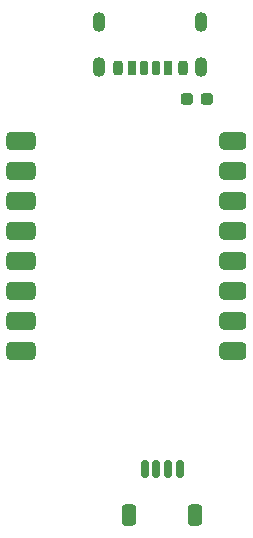
<source format=gbr>
%TF.GenerationSoftware,KiCad,Pcbnew,8.0.8*%
%TF.CreationDate,2025-02-25T00:33:20+03:00*%
%TF.ProjectId,SMHome_UniversalRound_ESP32_C3_Mini_v3,534d486f-6d65-45f5-956e-697665727361,12*%
%TF.SameCoordinates,Original*%
%TF.FileFunction,Paste,Top*%
%TF.FilePolarity,Positive*%
%FSLAX46Y46*%
G04 Gerber Fmt 4.6, Leading zero omitted, Abs format (unit mm)*
G04 Created by KiCad (PCBNEW 8.0.8) date 2025-02-25 00:33:20*
%MOMM*%
%LPD*%
G01*
G04 APERTURE LIST*
G04 Aperture macros list*
%AMRoundRect*
0 Rectangle with rounded corners*
0 $1 Rounding radius*
0 $2 $3 $4 $5 $6 $7 $8 $9 X,Y pos of 4 corners*
0 Add a 4 corners polygon primitive as box body*
4,1,4,$2,$3,$4,$5,$6,$7,$8,$9,$2,$3,0*
0 Add four circle primitives for the rounded corners*
1,1,$1+$1,$2,$3*
1,1,$1+$1,$4,$5*
1,1,$1+$1,$6,$7*
1,1,$1+$1,$8,$9*
0 Add four rect primitives between the rounded corners*
20,1,$1+$1,$2,$3,$4,$5,0*
20,1,$1+$1,$4,$5,$6,$7,0*
20,1,$1+$1,$6,$7,$8,$9,0*
20,1,$1+$1,$8,$9,$2,$3,0*%
G04 Aperture macros list end*
%ADD10RoundRect,0.175000X0.175000X0.425000X-0.175000X0.425000X-0.175000X-0.425000X0.175000X-0.425000X0*%
%ADD11RoundRect,0.190000X-0.190000X-0.410000X0.190000X-0.410000X0.190000X0.410000X-0.190000X0.410000X0*%
%ADD12RoundRect,0.200000X-0.200000X-0.400000X0.200000X-0.400000X0.200000X0.400000X-0.200000X0.400000X0*%
%ADD13RoundRect,0.175000X-0.175000X-0.425000X0.175000X-0.425000X0.175000X0.425000X-0.175000X0.425000X0*%
%ADD14RoundRect,0.190000X0.190000X0.410000X-0.190000X0.410000X-0.190000X-0.410000X0.190000X-0.410000X0*%
%ADD15RoundRect,0.200000X0.200000X0.400000X-0.200000X0.400000X-0.200000X-0.400000X0.200000X-0.400000X0*%
%ADD16O,1.100000X1.700000*%
%ADD17RoundRect,0.237500X-0.287500X-0.237500X0.287500X-0.237500X0.287500X0.237500X-0.287500X0.237500X0*%
%ADD18RoundRect,0.381000X-0.762000X-0.381000X0.762000X-0.381000X0.762000X0.381000X-0.762000X0.381000X0*%
%ADD19RoundRect,0.381000X-0.869000X-0.381000X0.869000X-0.381000X0.869000X0.381000X-0.869000X0.381000X0*%
%ADD20RoundRect,0.150000X-0.150000X-0.625000X0.150000X-0.625000X0.150000X0.625000X-0.150000X0.625000X0*%
%ADD21RoundRect,0.250000X-0.350000X-0.650000X0.350000X-0.650000X0.350000X0.650000X-0.350000X0.650000X0*%
G04 APERTURE END LIST*
D10*
%TO.C,J7*%
X-7729600Y16300201D03*
D11*
X-9749600Y16300200D03*
D12*
X-10979600Y16300200D03*
D13*
X-8729600Y16300201D03*
D14*
X-6709600Y16300200D03*
D15*
X-5479600Y16300200D03*
D16*
X-3909600Y16380200D03*
X-3909600Y20180200D03*
X-12549600Y16380200D03*
X-12549600Y20180200D03*
%TD*%
D17*
%TO.C,D3*%
X-5142199Y13716000D03*
X-3392201Y13716000D03*
%TD*%
D18*
%TO.C,U1*%
X-1172700Y-7620000D03*
X-1172700Y-5080000D03*
X-1172700Y-2540000D03*
X-1172700Y-1D03*
X-1172700Y2540001D03*
D19*
X-19172700Y10160000D03*
X-19172700Y7620000D03*
X-19172700Y5080000D03*
X-19172700Y2540001D03*
X-19172700Y-1D03*
X-19172700Y-2540000D03*
X-19172700Y-5080000D03*
X-19172700Y-7620000D03*
D18*
X-1172700Y5080000D03*
X-1172700Y10160000D03*
X-1172700Y7620000D03*
%TD*%
D20*
%TO.C,J6*%
X-8688200Y-17608800D03*
X-7688200Y-17608800D03*
X-6688200Y-17608800D03*
X-5688200Y-17608800D03*
D21*
X-9988200Y-21483800D03*
X-4388200Y-21483800D03*
%TD*%
M02*

</source>
